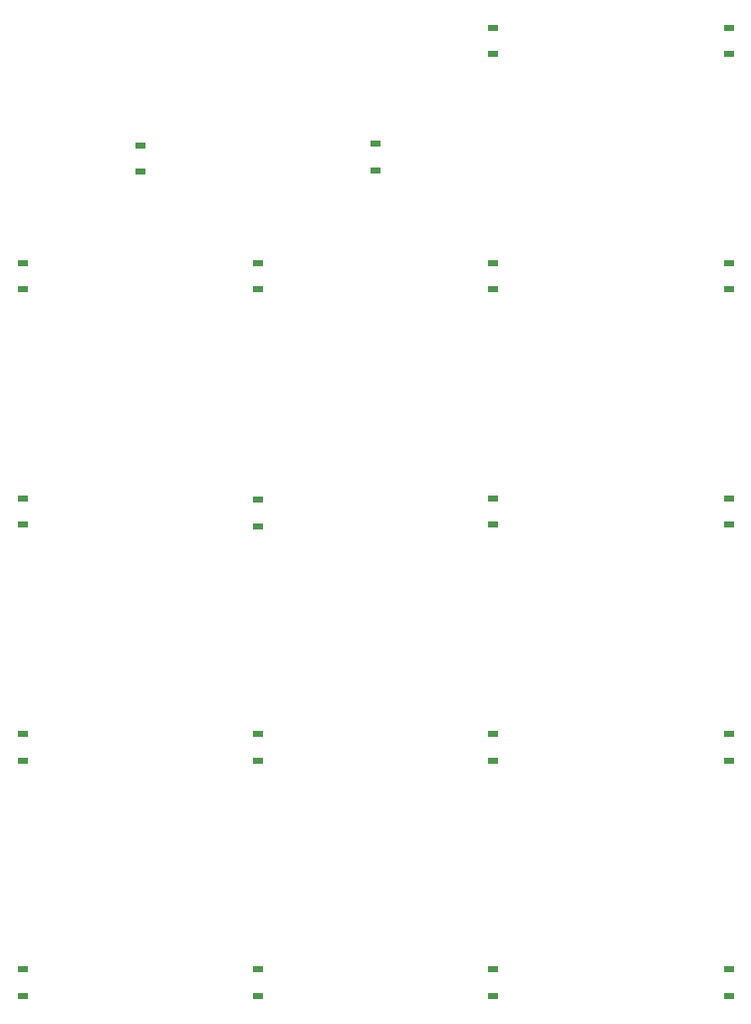
<source format=gtp>
G04*
G04 #@! TF.GenerationSoftware,Altium Limited,Altium Designer,25.3.2 (17)*
G04*
G04 Layer_Color=8421504*
%FSLAX43Y43*%
%MOMM*%
G71*
G04*
G04 #@! TF.SameCoordinates,9A78E016-BF11-4ED0-8CD3-159F53B44DCF*
G04*
G04*
G04 #@! TF.FilePolarity,Positive*
G04*
G01*
G75*
%ADD13R,0.830X0.630*%
D13*
X22000Y93115D02*
D03*
Y90885D02*
D03*
X42000Y91000D02*
D03*
Y93230D02*
D03*
X72000Y103115D02*
D03*
Y100885D02*
D03*
X52000Y103115D02*
D03*
Y100885D02*
D03*
X72000Y20885D02*
D03*
Y23115D02*
D03*
X52000Y20885D02*
D03*
Y23115D02*
D03*
X32000Y20885D02*
D03*
Y23115D02*
D03*
X12000Y20885D02*
D03*
Y23115D02*
D03*
X72000Y40885D02*
D03*
Y43115D02*
D03*
X52000Y40885D02*
D03*
Y43115D02*
D03*
X32000Y40885D02*
D03*
Y43115D02*
D03*
X12000Y40885D02*
D03*
Y43115D02*
D03*
X72000Y60885D02*
D03*
Y63115D02*
D03*
X52000Y60885D02*
D03*
Y63115D02*
D03*
X32000Y60770D02*
D03*
Y63000D02*
D03*
X12000Y60885D02*
D03*
Y63115D02*
D03*
X72000Y80885D02*
D03*
Y83115D02*
D03*
X52000Y80885D02*
D03*
Y83115D02*
D03*
X32000Y80885D02*
D03*
Y83115D02*
D03*
X12000Y80885D02*
D03*
Y83115D02*
D03*
M02*

</source>
